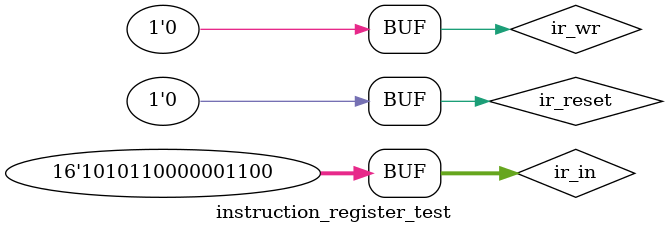
<source format=sv>
`timescale 1 ns / 10 ps

module instruction_register_test#(
        parameter INSTRUCTION_REGISTER = 16
    );

    logic [INSTRUCTION_REGISTER - 1:0] ir_in;
    logic ir_wr, ir_reset;
    logic clock;
    logic [INSTRUCTION_REGISTER - 1:0] ir_out;

    clock_generator GCLOCK(clock);

    register register0(
        .ir_in(ir_in), 
        .ir_wr(ir_wr), 
        .ir_reset(ir_reset), 
        .clock(clock), 
        .ir_out(ir_out)
    );

    initial
    begin 
        ir_wr=1'b0; 
        ir_reset=1'b1;
        ir_in = 16'b0010110010110010;
        #2	ir_reset=1'b0;
            ir_wr=1'b1;
        #2	ir_wr=1'b0;
        #2	ir_reset=1'b1;
        #2	ir_reset=1'b0;
        #2	ir_in = 16'b1111010010010010;
        #2	ir_wr=1'b1;
        #2	ir_wr=1'b0;
        #2	ir_in = 16'b0000011000010011;
        #2	ir_in = 16'b0001000100001111;
        #2	ir_reset=1'b1;
        #2	ir_reset=1'b0;
        #2 ir_in = 16'b1010110000001100;	
    end
endmodule 
</source>
